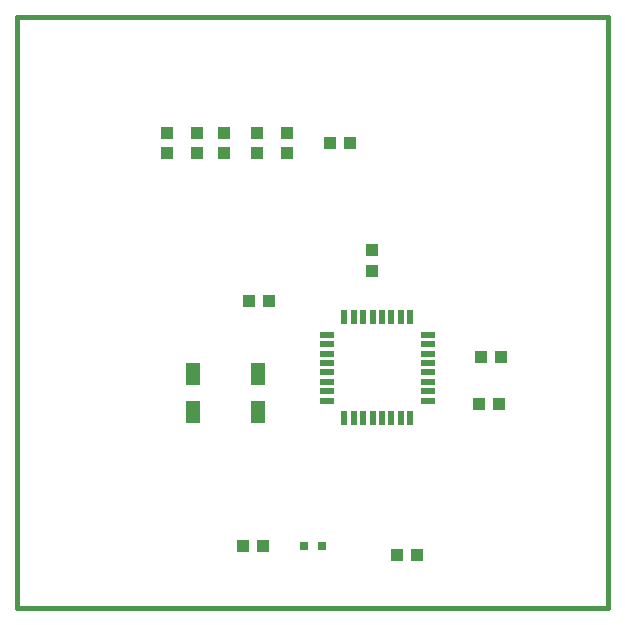
<source format=gtp>
G75*
%MOIN*%
%OFA0B0*%
%FSLAX25Y25*%
%IPPOS*%
%LPD*%
%AMOC8*
5,1,8,0,0,1.08239X$1,22.5*
%
%ADD10C,0.01600*%
%ADD11R,0.03937X0.04331*%
%ADD12R,0.04331X0.03937*%
%ADD13R,0.05118X0.07480*%
%ADD14R,0.03150X0.03150*%
%ADD15R,0.05000X0.02200*%
%ADD16R,0.02200X0.05000*%
D10*
X0001800Y0005476D02*
X0198650Y0005476D01*
X0198650Y0202327D01*
X0001800Y0202327D01*
X0001800Y0005476D01*
D11*
X0077108Y0026047D03*
X0083801Y0026047D03*
X0128454Y0022976D03*
X0135146Y0022976D03*
X0051800Y0157130D03*
X0051800Y0163823D03*
X0105954Y0160476D03*
X0112646Y0160476D03*
D12*
X0091800Y0157130D03*
X0091800Y0163823D03*
X0081800Y0163823D03*
X0081800Y0157130D03*
X0070776Y0157130D03*
X0070776Y0163823D03*
X0061800Y0163823D03*
X0061800Y0157130D03*
X0079076Y0107715D03*
X0085769Y0107715D03*
X0119934Y0117866D03*
X0119934Y0124559D03*
X0156249Y0088901D03*
X0162942Y0088901D03*
X0162349Y0073424D03*
X0155656Y0073424D03*
D13*
X0081919Y0070726D03*
X0081919Y0083325D03*
X0060265Y0083325D03*
X0060265Y0070726D03*
D14*
X0097331Y0026047D03*
X0103237Y0026047D03*
D15*
X0104900Y0074453D03*
X0104900Y0077602D03*
X0104900Y0080752D03*
X0104900Y0083901D03*
X0104900Y0087051D03*
X0104900Y0090201D03*
X0104900Y0093350D03*
X0104900Y0096500D03*
X0138700Y0096500D03*
X0138700Y0093350D03*
X0138700Y0090201D03*
X0138700Y0087051D03*
X0138700Y0083901D03*
X0138700Y0080752D03*
X0138700Y0077602D03*
X0138700Y0074453D03*
D16*
X0132824Y0068576D03*
X0129674Y0068576D03*
X0126524Y0068576D03*
X0123375Y0068576D03*
X0120225Y0068576D03*
X0117076Y0068576D03*
X0113926Y0068576D03*
X0110776Y0068576D03*
X0110776Y0102376D03*
X0113926Y0102376D03*
X0117076Y0102376D03*
X0120225Y0102376D03*
X0123375Y0102376D03*
X0126524Y0102376D03*
X0129674Y0102376D03*
X0132824Y0102376D03*
M02*

</source>
